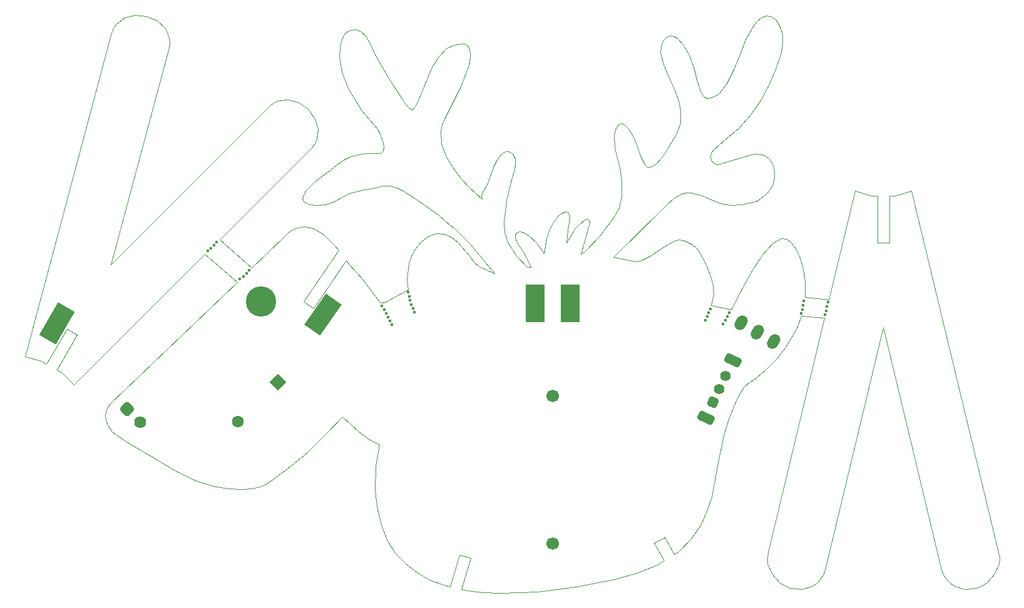
<source format=gbs>
G04*
G04 #@! TF.GenerationSoftware,Altium Limited,Altium Designer,25.1.2 (22)*
G04*
G04 Layer_Color=16711935*
%FSLAX25Y25*%
%MOIN*%
G70*
G04*
G04 #@! TF.SameCoordinates,B79DADAE-6871-4A3D-A662-253F8C0C8E9A*
G04*
G04*
G04 #@! TF.FilePolarity,Negative*
G04*
G01*
G75*
%ADD10C,0.00394*%
%ADD21R,0.10236X0.20079*%
G04:AMPARAMS|DCode=24|XSize=102.36mil|YSize=200.79mil|CornerRadius=0mil|HoleSize=0mil|Usage=FLASHONLY|Rotation=150.000|XOffset=0mil|YOffset=0mil|HoleType=Round|Shape=Rectangle|*
%AMROTATEDRECTD24*
4,1,4,0.09452,0.06135,-0.00587,-0.11253,-0.09452,-0.06135,0.00587,0.11253,0.09452,0.06135,0.0*
%
%ADD24ROTATEDRECTD24*%

G04:AMPARAMS|DCode=25|XSize=102.36mil|YSize=200.79mil|CornerRadius=0mil|HoleSize=0mil|Usage=FLASHONLY|Rotation=145.000|XOffset=0mil|YOffset=0mil|HoleType=Round|Shape=Rectangle|*
%AMROTATEDRECTD25*
4,1,4,0.09951,0.05288,-0.01566,-0.11159,-0.09951,-0.05288,0.01566,0.11159,0.09951,0.05288,0.0*
%
%ADD25ROTATEDRECTD25*%

G04:AMPARAMS|DCode=28|XSize=55.12mil|YSize=55.12mil|CornerRadius=14.76mil|HoleSize=0mil|Usage=FLASHONLY|Rotation=65.000|XOffset=0mil|YOffset=0mil|HoleType=Round|Shape=RoundedRectangle|*
%AMROUNDEDRECTD28*
21,1,0.05512,0.02559,0,0,65.0*
21,1,0.02559,0.05512,0,0,65.0*
1,1,0.02953,0.01700,0.00619*
1,1,0.02953,0.00619,-0.01700*
1,1,0.02953,-0.01700,-0.00619*
1,1,0.02953,-0.00619,0.01700*
%
%ADD28ROUNDEDRECTD28*%
%ADD29C,0.05512*%
G04:AMPARAMS|DCode=30|XSize=90.55mil|YSize=51.18mil|CornerRadius=13.78mil|HoleSize=0mil|Usage=FLASHONLY|Rotation=155.000|XOffset=0mil|YOffset=0mil|HoleType=Round|Shape=RoundedRectangle|*
%AMROUNDEDRECTD30*
21,1,0.09055,0.02362,0,0,155.0*
21,1,0.06299,0.05118,0,0,155.0*
1,1,0.02756,-0.02355,0.02402*
1,1,0.02756,0.03354,-0.00261*
1,1,0.02756,0.02355,-0.02402*
1,1,0.02756,-0.03354,0.00261*
%
%ADD30ROUNDEDRECTD30*%
%ADD31C,0.06299*%
%ADD32P,0.08908X4X360.0*%
%ADD33C,0.06693*%
%ADD34C,0.01575*%
%ADD35C,0.16142*%
G04:AMPARAMS|DCode=36|XSize=82.68mil|YSize=59.06mil|CornerRadius=0mil|HoleSize=0mil|Usage=FLASHONLY|Rotation=60.000|XOffset=0mil|YOffset=0mil|HoleType=Round|Shape=Round|*
%AMOVALD36*
21,1,0.02362,0.05906,0.00000,0.00000,60.0*
1,1,0.05906,-0.00591,-0.01023*
1,1,0.05906,0.00591,0.01023*
%
%ADD36OVALD36*%

G04:AMPARAMS|DCode=37|XSize=63.94mil|YSize=63.94mil|CornerRadius=16.97mil|HoleSize=0mil|Usage=FLASHONLY|Rotation=135.000|XOffset=0mil|YOffset=0mil|HoleType=Round|Shape=RoundedRectangle|*
%AMROUNDEDRECTD37*
21,1,0.06394,0.03000,0,0,135.0*
21,1,0.03000,0.06394,0,0,135.0*
1,1,0.03394,0.00000,0.02121*
1,1,0.03394,0.02121,0.00000*
1,1,0.03394,0.00000,-0.02121*
1,1,0.03394,-0.02121,0.00000*
%
%ADD37ROUNDEDRECTD37*%
%ADD38C,0.06394*%
D10*
X28060Y140033D02*
X33514Y136883D01*
X340969Y25947D02*
X346425Y29096D01*
X237287Y19760D02*
X243311Y17919D01*
X154271Y154517D02*
X159492Y150993D01*
X346425Y29096D02*
X351654Y20038D01*
X340969Y25947D02*
X346356Y16617D01*
X238240Y1334D02*
X243311Y17919D01*
X232094Y2773D02*
X237287Y19760D01*
X466042Y185813D02*
Y211054D01*
X459742Y185813D02*
X459742Y211054D01*
X159492Y150993D02*
X176797Y176645D01*
X154271Y154517D02*
X172752Y181913D01*
X22714Y118177D02*
X33514Y136883D01*
X17258Y121322D02*
X28060Y140033D01*
X109397Y187648D02*
X158440Y236689D01*
X160090Y238791D01*
X51467Y100555D02*
X118882Y165087D01*
X101532Y179784D02*
X118882Y165087D01*
X31893Y110145D02*
X101532Y179784D01*
X109397Y187648D02*
X126622Y172496D01*
X143640Y188786D01*
X401470Y20882D02*
X431514Y145975D01*
X419051Y146821D02*
X431514Y145975D01*
X421082Y156839D02*
X433849Y155698D01*
X447777Y213688D01*
X371223Y152486D02*
X372376Y158528D01*
X371223Y152486D02*
X381725Y150247D01*
X387622Y161173D01*
X209318Y166140D02*
X209774Y161007D01*
X201181Y156299D02*
X209774Y161007D01*
X197638Y154331D02*
X201181Y156299D01*
X195669Y153937D02*
X197638Y154331D01*
X194453Y154734D02*
X195669Y153937D01*
X143640Y188786D02*
X145453Y190893D01*
X512530Y2096D02*
X515526Y3301D01*
X134186Y57225D02*
X145418Y65459D01*
X156050Y74434D01*
X130776Y56007D02*
X134186Y57225D01*
X49695Y88737D02*
X52354Y85266D01*
X48753Y91165D02*
X49695Y88737D01*
X48513Y93981D02*
X48753Y91165D01*
X126666Y55107D02*
X130776Y56007D01*
X48513Y93981D02*
X49307Y97129D01*
X51467Y100555D01*
X52354Y85266D02*
X53831Y84010D01*
X121088Y54567D02*
X126666Y55107D01*
X82449Y289978D02*
X82450D01*
X136171Y258961D02*
Y258962D01*
Y258961D02*
X138274Y260610D01*
X140671Y261708D02*
X146016Y262280D01*
X138274Y260610D02*
X140671Y261708D01*
X51433Y174226D02*
X136171Y258962D01*
X51433Y174226D02*
X82450Y289978D01*
X82578Y295248D02*
X82826Y292623D01*
X70643Y306768D02*
X76295Y304184D01*
X80401Y300163D01*
X82578Y295248D01*
X82449Y289978D02*
X82826Y292623D01*
X53019Y300608D02*
X54545Y302758D01*
X64455Y307355D02*
X70643Y306768D01*
X22714Y118177D02*
X25442Y116600D01*
X54545Y302758D02*
X58889Y305926D01*
X64455Y307355D01*
X52024Y298128D02*
X53019Y300608D01*
X52015Y298080D02*
X52024Y298128D01*
X53831Y84010D02*
X59050Y80366D01*
X86129Y64316D01*
X96563Y59262D01*
X105935Y56229D01*
X114144Y54803D01*
X121088Y54567D01*
X14531Y122900D02*
X17258Y121323D01*
X25442Y116600D02*
X31893Y110145D01*
X5708Y125263D02*
X14531Y122900D01*
X5708Y125263D02*
X52015Y298080D01*
X515526Y3301D02*
X518183Y4982D01*
X522288Y9468D01*
X145453Y190893D02*
X147672Y192641D01*
X368928Y42820D02*
X371390Y50719D01*
X374669Y67051D02*
X378005Y83273D01*
X371390Y50719D02*
X374669Y67051D01*
X365465Y35265D02*
X368928Y42820D01*
X421082Y156839D02*
X421227Y165413D01*
X411547Y187792D02*
X413995Y186047D01*
X416347Y182824D01*
X418591Y177977D01*
X420312Y172093D01*
X459742Y185813D02*
X466042D01*
X420312Y172093D02*
X421227Y165413D01*
X456592Y211054D02*
X459742D01*
X372117Y163025D02*
X372376Y158528D01*
X371189Y167252D02*
X372117Y163025D01*
X368202Y174886D02*
X371189Y167252D01*
X365081Y180688D02*
X368202Y174886D01*
X331766Y176102D02*
X334176Y176652D01*
X338847Y178928D01*
X353929Y187571D02*
X356419Y187305D01*
X361248Y185079D02*
X363321Y183225D01*
X356419Y187305D02*
X361248Y185079D01*
X345055Y183330D02*
X351449Y186935D01*
X338847Y178928D02*
X345055Y183330D01*
X363321Y183225D02*
X365081Y180688D01*
X351449Y186935D02*
X353929Y187571D01*
X360666Y28176D02*
X365465Y35265D01*
X343237Y14603D02*
X346356Y16617D01*
X354192Y21678D02*
X360666Y28176D01*
X351654Y20038D02*
X354192Y21678D01*
X431878Y11732D02*
X431880D01*
X430882Y8966D02*
X431878Y11732D01*
X429355Y6568D02*
X430882Y8966D01*
X401078Y17880D02*
X401325Y14952D01*
X403502Y9468D01*
X401078Y17880D02*
X401456Y20831D01*
X401470Y20882D01*
X332682Y10180D02*
X343237Y14603D01*
X417071Y141410D02*
X419051Y146821D01*
X414312Y135807D02*
X417071Y141410D01*
X410669Y130067D02*
X414312Y135807D01*
X406040Y124246D02*
X410669Y130067D01*
X398391Y179481D02*
X403780Y185627D01*
X409020Y188206D02*
X411547Y187792D01*
X400323Y118401D02*
X406040Y124246D01*
X403780Y185627D02*
X406426Y187436D01*
X431880Y11732D02*
X462895Y140874D01*
X447777Y213688D02*
X456592Y211054D01*
X406426Y187436D02*
X409020Y188206D01*
X383741Y100219D02*
X386348Y105429D01*
X393413Y112588D02*
X400323Y118401D01*
X387622Y161173D02*
X392967Y170939D01*
X392115Y112129D02*
X393413Y112588D01*
X392967Y170939D02*
X398391Y179481D01*
X386348Y105429D02*
X388668Y108922D01*
X392115Y112129D01*
X378005Y83273D02*
X380932Y92948D01*
X383741Y100219D01*
X466042Y211054D02*
X469191D01*
X478013Y213688D01*
X524320Y20882D01*
X462895Y140874D02*
X493910Y11732D01*
X522288Y9468D02*
X524465Y14952D01*
X493912Y11732D02*
X494908Y8966D01*
X524334Y20831D02*
X524712Y17880D01*
X524320Y20882D02*
X524334Y20831D01*
X493910Y11732D02*
X493912D01*
X494908Y8966D02*
X496434Y6568D01*
X524465Y14952D02*
X524712Y17880D01*
X168144Y224604D02*
X170106Y226438D01*
X160075Y218589D02*
X168144Y224604D01*
X175098Y229874D02*
X178623Y231564D01*
X182777Y232901D01*
X178566Y212201D02*
X185015Y214018D01*
X172983Y209143D02*
X178566Y212201D01*
X170106Y226438D02*
X175098Y229874D01*
X227051Y245624D02*
X227738Y248880D01*
X229123Y252049D01*
X227051Y245624D02*
X227476Y238986D01*
X229805Y232396D01*
X233443Y226118D02*
X237795Y220416D01*
X229123Y252049D02*
X237953Y269214D01*
X229805Y232396D02*
X233443Y226118D01*
X324576Y249175D02*
X327337Y246662D01*
X323034Y249491D02*
X324576Y249175D01*
X322749Y224232D02*
X323608Y217752D01*
X319880Y236751D02*
X322749Y224232D01*
X321519Y248776D02*
X323034Y249491D01*
X320123Y246379D02*
X321519Y248776D01*
X323606Y211085D02*
X323608Y217752D01*
X319433Y243298D02*
X319880Y236751D01*
X319433Y243298D02*
X320123Y246379D01*
X213206Y258142D02*
X214359Y260140D01*
X199884Y272779D02*
X208330Y260269D01*
X209960Y258198D01*
X211782Y256725D01*
X213206Y258142D01*
X214359Y260140D02*
X219813Y273317D01*
X347612Y235253D02*
X352920Y244328D01*
X338622Y226152D02*
X341486Y227718D01*
X329787Y242312D02*
X331743Y237339D01*
X341486Y227718D02*
X344695Y231179D01*
X327337Y246662D02*
X329787Y242312D01*
X331743Y237339D02*
X333632Y232276D01*
X335880Y227656D01*
X337163Y226358D01*
X338622Y226152D01*
X344695Y231179D02*
X347612Y235253D01*
X352920Y244328D02*
X354860Y250084D01*
X178924Y299326D02*
X181764Y299616D01*
X184565Y298591D01*
X187084Y296418D01*
X174911Y276090D02*
X178301Y267707D01*
X173746Y280711D02*
X174911Y276090D01*
X173141Y285621D02*
X173746Y280711D01*
X189795Y291701D02*
X192146Y286440D01*
X199884Y272779D01*
X193429Y246550D02*
X193857Y245960D01*
X185334Y256144D02*
X193429Y246550D01*
X178301Y267707D02*
X185334Y256144D01*
X173695Y292340D02*
X174724Y295284D01*
X176286Y297558D01*
X173141Y285621D02*
X173695Y292340D01*
X187084Y296418D02*
X189795Y291701D01*
X176286Y297558D02*
X178924Y299326D01*
X194869Y243879D02*
X196469Y239372D01*
X203703Y215268D02*
X207246Y213610D01*
X213756Y209319D01*
X192561Y215115D02*
X196307Y216285D01*
X193857Y245960D02*
X194869Y243879D01*
X182777Y232901D02*
X187517Y233632D01*
X192800Y233507D01*
X195250Y233766D01*
X196498Y235047D01*
X196815Y237024D01*
X196469Y239372D02*
X196815Y237024D01*
X196307Y216285D02*
X200038Y216248D01*
X185015Y214018D02*
X192561Y215115D01*
X200038Y216248D02*
X203703Y215268D01*
X160216Y252067D02*
X161761Y246532D01*
X155141Y213637D02*
X160075Y218589D01*
X161189Y241187D02*
X161761Y246532D01*
X160090Y238791D02*
X161189Y241187D01*
X153547Y210029D02*
X155141Y213637D01*
X156612Y257132D02*
X160216Y252067D01*
X371211Y233977D02*
X372358Y235657D01*
X370853Y231640D02*
X371282Y229871D01*
X372157Y228685D01*
X357797Y212563D02*
X360380Y212488D01*
X355227Y212028D02*
X357797Y212563D01*
X351186Y209645D02*
X355227Y212028D01*
X372157Y228685D02*
X374434Y227732D01*
X370853Y231640D02*
X371211Y233977D01*
X360380Y212488D02*
X365497Y211174D01*
X242906Y287758D02*
X242928Y284776D01*
X237953Y269214D02*
X242197Y280777D01*
X242928Y284776D01*
X242262Y289850D02*
X242906Y287758D01*
X239638Y291874D02*
X241129Y291179D01*
X230188Y289694D02*
X234325Y291428D01*
X237919Y292062D01*
X239638Y291874D01*
X222636Y279771D02*
X226061Y285429D01*
X241129Y291179D02*
X242262Y289850D01*
X219813Y273317D02*
X222636Y279771D01*
X226061Y285429D02*
X230188Y289694D01*
X359393Y286101D02*
X361873Y279650D01*
X349498Y296160D02*
X351330Y295835D01*
X353054Y294839D01*
X361873Y279650D02*
X363641Y273043D01*
X345888Y280828D02*
X348263Y275153D01*
X345599Y293480D02*
X347395Y295466D01*
X344261Y287103D02*
X345888Y280828D01*
X344443Y290570D02*
X345599Y293480D01*
X344261Y287103D02*
X344443Y290570D01*
X356144Y291589D02*
X359393Y286101D01*
X347395Y295466D02*
X349498Y296160D01*
X353054Y294839D02*
X356144Y291589D01*
X367585Y263557D02*
X368872Y262833D01*
X365599Y266589D02*
X367585Y263557D01*
X370260Y262839D02*
X372889Y263888D01*
X354860Y250084D02*
X354884Y256611D01*
X353727Y261659D02*
X354884Y256611D01*
X352089Y266330D02*
X353727Y261659D01*
X348263Y275153D02*
X352089Y266330D01*
X368872Y262833D02*
X370260Y262839D01*
X363641Y273043D02*
X365599Y266589D01*
X264940Y219472D02*
X266609Y224815D01*
X255084Y226325D02*
X257076Y230212D01*
X259497Y233414D01*
X261444Y234623D01*
X263548Y234609D01*
X265426Y233302D01*
X266697Y230631D01*
X266987Y227677D01*
X242266Y215553D02*
X249187Y209397D01*
X248761Y210825D02*
X249187Y209397D01*
X248761Y210825D02*
X249638Y212878D01*
X252059Y217449D01*
X262103Y208757D02*
X264940Y219472D01*
X252059Y217449D02*
X255084Y226325D01*
X237795Y220416D02*
X242266Y215553D01*
X266609Y224815D02*
X266987Y227677D01*
X506342Y1441D02*
X509395Y1468D01*
X498415Y4578D02*
X500777Y3035D01*
X496434Y6568D02*
X498415Y4578D01*
X425012Y3035D02*
X427374Y4578D01*
X509395Y1468D02*
X512530Y2096D01*
X500777Y3035D02*
X506342Y1441D01*
X413260Y2096D02*
X416394Y1468D01*
X419448Y1441D02*
X425012Y3035D01*
X427374Y4578D02*
X429355Y6568D01*
X407607Y4982D02*
X410264Y3301D01*
X403502Y9468D02*
X407607Y4982D01*
X410264Y3301D02*
X413260Y2096D01*
X147672Y192641D02*
X150722Y194066D01*
X154571Y194577D01*
X159187Y193584D01*
X164538Y190498D01*
X170591Y184727D01*
X153547Y210029D02*
X153772Y208687D01*
X154557Y207631D01*
X169962Y207483D02*
X172983Y209143D01*
X165875Y206369D02*
X169962Y207483D01*
X161455Y205933D02*
X165875Y206369D01*
X157438Y206310D02*
X161455Y205933D01*
X151548Y260735D02*
X156612Y257132D01*
X154557Y207631D02*
X157438Y206310D01*
X146016Y262280D02*
X151548Y260735D01*
X319752Y6605D02*
X332682Y10180D01*
X299115Y2626D02*
X319752Y6605D01*
X259208Y-809D02*
X278740Y0D01*
X299115Y2626D01*
X228804Y3544D02*
X232094Y2773D01*
X241097Y663D02*
X249939Y-387D01*
X238240Y1334D02*
X241097Y663D01*
X174982Y93117D02*
X183474Y85168D01*
X188722Y81395D01*
X165948Y83778D02*
X174982Y93117D01*
X192351Y53582D02*
X192553Y67011D01*
X194369Y78414D01*
X188722Y81395D02*
X194369Y78414D01*
X156050Y74434D02*
X165948Y83778D01*
X221319Y6437D02*
X228804Y3544D01*
X176797Y176645D02*
X178684Y174188D01*
X170591Y184727D02*
X172752Y181913D01*
X249939Y-387D02*
X259208Y-809D01*
X203290Y20399D02*
X208487Y14804D01*
X193459Y43546D02*
X195701Y34710D01*
X199003Y27014D01*
X203290Y20399D01*
X208487Y14804D02*
X214522Y10170D01*
X221319Y6437D01*
X192351Y53582D02*
X193459Y43546D01*
X397846Y306089D02*
X400422Y307094D01*
X403095Y306640D01*
X393409Y301250D02*
X395473Y304012D01*
X397846Y306089D01*
X403095Y306640D02*
X405091Y305206D01*
X406875Y303104D01*
X389628Y294120D02*
X393409Y301250D01*
X386477Y286211D02*
X389628Y294120D01*
X406875Y303104D02*
X408268Y300385D01*
X416394Y1468D02*
X419448Y1441D01*
X409091Y297103D02*
X409188Y291670D01*
X408262Y286403D02*
X409188Y291670D01*
X408268Y300385D02*
X409091Y297103D01*
X306308Y197871D02*
X306468Y196564D01*
X304004Y198156D02*
X305661Y198475D01*
X306308Y197871D01*
X301834Y180089D02*
X303929Y181345D01*
X304103Y188362D02*
X306468Y196564D01*
X311907Y189575D02*
X319287Y199121D01*
X303929Y181345D02*
X311907Y189575D01*
X301834Y180089D02*
X304103Y188362D01*
X210344Y175041D02*
X211665Y179049D01*
X273031Y173025D02*
X275287Y173093D01*
X267634Y179032D02*
X273031Y173025D01*
X271871Y179994D02*
X275287Y173093D01*
X211665Y179049D02*
X213480Y182525D01*
X216875Y186710D01*
X236245Y186275D02*
X242377Y179017D01*
X232845Y188971D02*
X236245Y186275D01*
X242377Y179017D02*
X244791Y175707D01*
X251320Y175293D02*
X255737Y169525D01*
X244791Y175707D02*
X247518Y173207D01*
X255737Y169525D01*
X242813Y185204D02*
X251320Y175293D01*
X220759Y189610D02*
X224932Y190997D01*
X216875Y186710D02*
X220759Y189610D01*
X233923Y194185D02*
X242813Y185204D01*
X232429Y195103D02*
X233923Y194185D01*
X224932Y190997D02*
X229195Y190647D01*
X232845Y188971D01*
X209318Y166140D02*
X210344Y175041D01*
X185361Y166718D02*
X194453Y154734D01*
X178684Y174188D02*
X185361Y166718D01*
X270732Y191718D02*
X273944Y189931D01*
X278366Y185692D01*
X282284Y180332D01*
X260743Y197331D02*
X261170Y191485D01*
X267905Y186089D02*
X271871Y179994D01*
X282284Y180332D02*
X283613Y188401D01*
X260743Y197331D02*
X262103Y208757D01*
X266773Y190045D02*
X266789Y188626D01*
X266773Y190045D02*
X267425Y191195D01*
X269056Y191884D01*
X270732Y191718D01*
X266789Y188626D02*
X267905Y186089D01*
X261170Y191485D02*
X262894Y186317D01*
X267634Y179032D01*
X219140Y205488D02*
X226047Y200598D01*
X232429Y195103D01*
X295102Y201946D02*
X295734Y199607D01*
X293572Y202618D02*
X295102Y201946D01*
X291467Y201774D02*
X293572Y202618D01*
X286334Y195438D02*
X289574Y200115D01*
X291467Y201774D01*
X213756Y209319D02*
X219140Y205488D01*
X301138Y195993D02*
X304004Y198156D01*
X383352Y278267D02*
X386477Y286211D01*
X387090Y206256D02*
X394913Y207906D01*
X374434Y227732D02*
X393791Y233171D01*
X379651Y271032D02*
X383352Y278267D01*
X378563Y240799D02*
X385704Y246793D01*
X375364Y265680D02*
X379651Y271032D01*
X381603Y205908D02*
X387090Y206256D01*
X385704Y246793D02*
X392324Y254161D01*
X319272Y178422D02*
X324288Y177160D01*
X329324Y176158D01*
X319272Y178422D02*
X347435Y206185D01*
X322117Y204504D02*
X323606Y211085D01*
X319287Y199121D02*
X322117Y204504D01*
X329324Y176158D02*
X331766Y176102D01*
X347435Y206185D02*
X351186Y209645D01*
X294047Y185878D02*
X294855Y192757D01*
X284761Y192129D02*
X286334Y195438D01*
X283613Y188401D02*
X284761Y192129D01*
X294047Y185878D02*
X298501Y193148D01*
X294855Y192757D02*
X295734Y199607D01*
X298501Y193148D02*
X301138Y195993D01*
X376183Y207063D02*
X381603Y205908D01*
X365497Y211174D02*
X376183Y207063D01*
X372358Y235657D02*
X378563Y240799D01*
X372889Y263888D02*
X375364Y265680D01*
X397085Y261375D02*
X401380Y269343D01*
X400458Y211812D02*
X402352Y213880D01*
X396328Y208496D02*
X400458Y211812D01*
X404793Y224258D02*
X404843Y220301D01*
X393791Y233171D02*
X398084Y232919D01*
X400170Y232188D01*
X402114Y230729D01*
X403851Y227930D01*
X404793Y224258D01*
X403899Y216643D02*
X404843Y220301D01*
X402352Y213880D02*
X403899Y216643D01*
X392324Y254161D02*
X397085Y261375D01*
X401380Y269343D02*
X405194Y277488D01*
X394913Y207906D02*
X396328Y208496D01*
X405194Y277488D02*
X408262Y286403D01*
D21*
X277559Y153543D02*
D03*
X296260D02*
D03*
D24*
X22747Y143101D02*
D03*
D25*
X164455Y147643D02*
D03*
D28*
X372283Y100810D02*
D03*
D29*
X378938Y115082D02*
D03*
X375610Y107946D02*
D03*
D30*
X368456Y92603D02*
D03*
X382765Y123289D02*
D03*
D31*
X119342Y90603D02*
D03*
D32*
X140500Y111760D02*
D03*
D33*
X287008Y25591D02*
D03*
Y104331D02*
D03*
D34*
X103210Y181462D02*
D03*
X104781Y183033D02*
D03*
X106370Y184622D02*
D03*
X107931Y186183D02*
D03*
X120353Y166495D02*
D03*
X122029Y168099D02*
D03*
X123705Y169704D02*
D03*
X125342Y171271D02*
D03*
X433517Y154312D02*
D03*
X432963Y152006D02*
D03*
X432399Y149661D02*
D03*
X431874Y147474D02*
D03*
X419330Y148195D02*
D03*
X419765Y150344D02*
D03*
X420212Y152547D02*
D03*
X420670Y154807D02*
D03*
X380852Y148628D02*
D03*
X379809Y146696D02*
D03*
X378703Y144647D02*
D03*
X377627Y142653D02*
D03*
X368066Y144479D02*
D03*
X369034Y146627D02*
D03*
X369949Y148659D02*
D03*
X370892Y150752D02*
D03*
X201220Y142346D02*
D03*
X211504Y153045D02*
D03*
X213203Y148863D02*
D03*
X212359Y150941D02*
D03*
X210937Y155211D02*
D03*
X210423Y157369D02*
D03*
X209903Y159555D02*
D03*
X200246Y144431D02*
D03*
X199318Y146418D02*
D03*
X198303Y148427D02*
D03*
X197166Y150290D02*
D03*
X195980Y152233D02*
D03*
D35*
X131473Y154493D02*
D03*
D36*
X387039Y143371D02*
D03*
X395699Y138372D02*
D03*
X404360Y133371D02*
D03*
D37*
X60244Y97236D02*
D03*
D38*
X67315Y90165D02*
D03*
M02*

</source>
